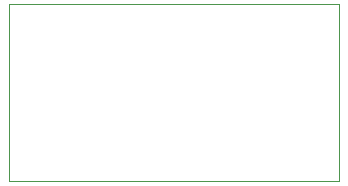
<source format=gm1>
G04 #@! TF.GenerationSoftware,KiCad,Pcbnew,(5.1.4)-1*
G04 #@! TF.CreationDate,2020-05-05T22:30:09+03:00*
G04 #@! TF.ProjectId,Singe_transistor_AMP,53696e67-655f-4747-9261-6e736973746f,V1*
G04 #@! TF.SameCoordinates,Original*
G04 #@! TF.FileFunction,Profile,NP*
%FSLAX46Y46*%
G04 Gerber Fmt 4.6, Leading zero omitted, Abs format (unit mm)*
G04 Created by KiCad (PCBNEW (5.1.4)-1) date 2020-05-05 22:30:09*
%MOMM*%
%LPD*%
G04 APERTURE LIST*
%ADD10C,0.050000*%
G04 APERTURE END LIST*
D10*
X125000000Y-105000000D02*
X125000000Y-90000000D01*
X97000000Y-105000000D02*
X125000000Y-105000000D01*
X97000000Y-90000000D02*
X97000000Y-105000000D01*
X125000000Y-90000000D02*
X97000000Y-90000000D01*
M02*

</source>
